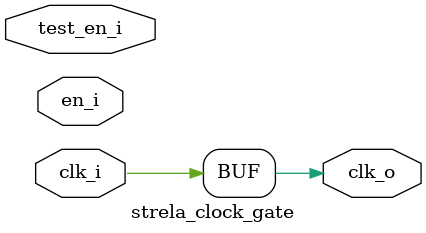
<source format=sv>

module strela_clock_gate
(
  input  logic clk_i,
  input  logic test_en_i,
  input  logic en_i,
  output logic clk_o
);

    // Bypass
    assign clk_o = clk_i;
    // xilinx_clk_gating clk_gate_i (
    //     .clk_i,
    //     .en_i,
    //     .test_en_i,
    //     .clk_o
    // );

endmodule
</source>
